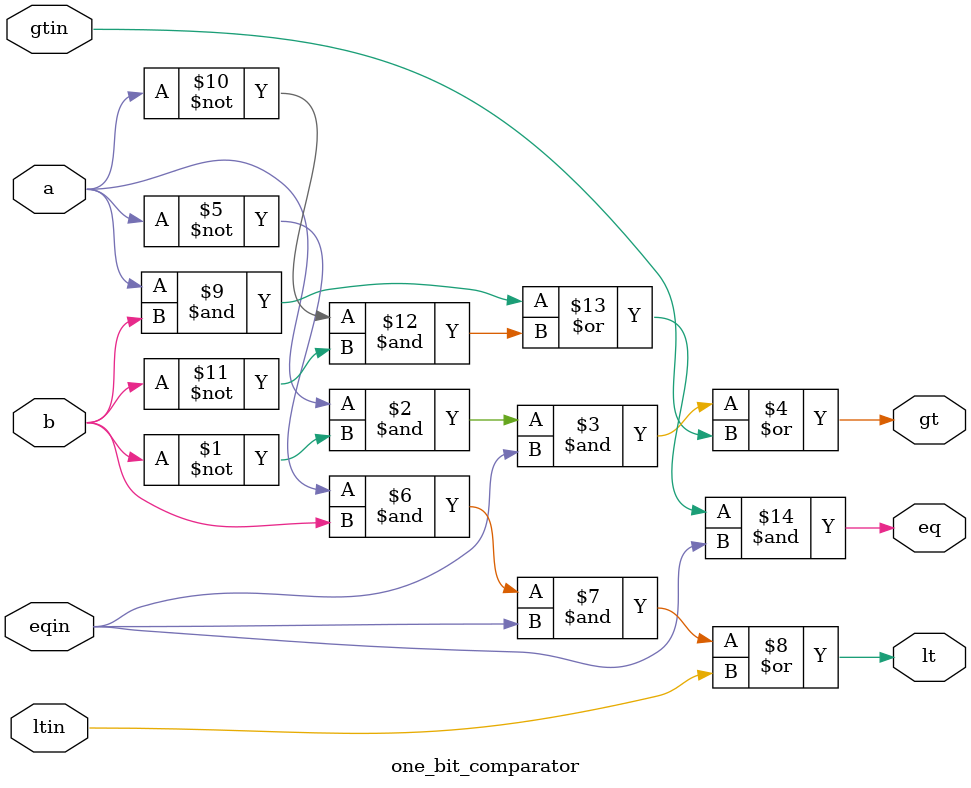
<source format=v>
`timescale 1ns / 1ps
module one_bit_comparator(a, b, gtin, ltin, eqin, gt, lt, eq);
	input a, b;
	input gtin, ltin, eqin;
	output gt, lt, eq;
	wire gt, lt, eq;
  
	assign gt = (a & ~b & eqin) | (gtin);
	assign lt = (~a & b & eqin) | (ltin);
	assign eq = ((a & b) | (~a & ~b)) & eqin;
endmodule
</source>
